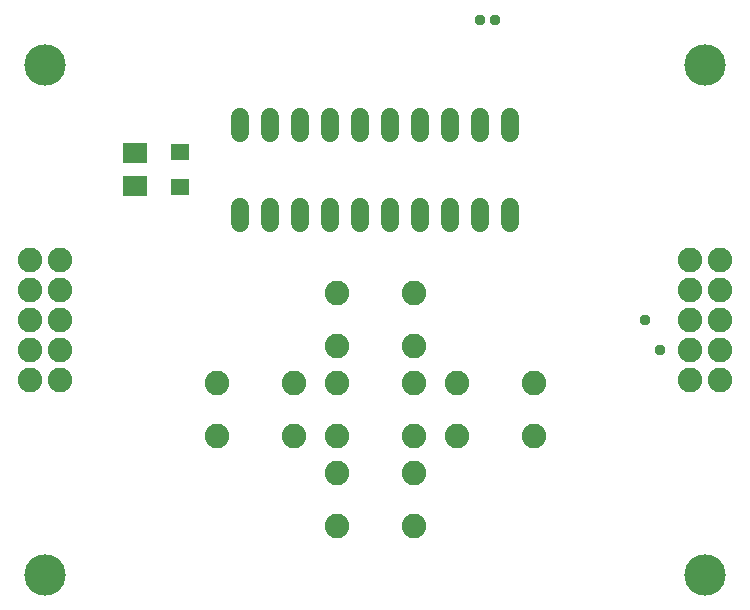
<source format=gts>
G75*
%MOIN*%
%OFA0B0*%
%FSLAX25Y25*%
%IPPOS*%
%LPD*%
%AMOC8*
5,1,8,0,0,1.08239X$1,22.5*
%
%ADD10C,0.08200*%
%ADD11C,0.06000*%
%ADD12R,0.06312X0.05524*%
%ADD13R,0.07887X0.07099*%
%ADD14C,0.13792*%
%ADD15C,0.03778*%
D10*
X0114795Y0105033D03*
X0114795Y0122833D03*
X0140395Y0122833D03*
X0154795Y0122833D03*
X0154795Y0135033D03*
X0154795Y0152833D03*
X0180395Y0152833D03*
X0180395Y0135033D03*
X0180395Y0122833D03*
X0194795Y0122833D03*
X0194795Y0105033D03*
X0180395Y0105033D03*
X0180395Y0092833D03*
X0180395Y0075033D03*
X0154795Y0075033D03*
X0154795Y0092833D03*
X0154795Y0105033D03*
X0140395Y0105033D03*
X0062595Y0123933D03*
X0052595Y0123933D03*
X0052595Y0133933D03*
X0062595Y0133933D03*
X0062595Y0143933D03*
X0052595Y0143933D03*
X0052595Y0153933D03*
X0062595Y0153933D03*
X0062595Y0163933D03*
X0052595Y0163933D03*
X0220395Y0122833D03*
X0220395Y0105033D03*
X0272595Y0123933D03*
X0282595Y0123933D03*
X0282595Y0133933D03*
X0272595Y0133933D03*
X0272595Y0143933D03*
X0282595Y0143933D03*
X0282595Y0153933D03*
X0272595Y0153933D03*
X0272595Y0163933D03*
X0282595Y0163933D03*
D11*
X0212595Y0176333D02*
X0212595Y0181533D01*
X0202595Y0181533D02*
X0202595Y0176333D01*
X0192595Y0176333D02*
X0192595Y0181533D01*
X0182595Y0181533D02*
X0182595Y0176333D01*
X0172595Y0176333D02*
X0172595Y0181533D01*
X0162595Y0181533D02*
X0162595Y0176333D01*
X0152595Y0176333D02*
X0152595Y0181533D01*
X0142595Y0181533D02*
X0142595Y0176333D01*
X0132595Y0176333D02*
X0132595Y0181533D01*
X0122595Y0181533D02*
X0122595Y0176333D01*
X0122595Y0206333D02*
X0122595Y0211533D01*
X0132595Y0211533D02*
X0132595Y0206333D01*
X0142595Y0206333D02*
X0142595Y0211533D01*
X0152595Y0211533D02*
X0152595Y0206333D01*
X0162595Y0206333D02*
X0162595Y0211533D01*
X0172595Y0211533D02*
X0172595Y0206333D01*
X0182595Y0206333D02*
X0182595Y0211533D01*
X0192595Y0211533D02*
X0192595Y0206333D01*
X0202595Y0206333D02*
X0202595Y0211533D01*
X0212595Y0211533D02*
X0212595Y0206333D01*
D12*
X0102595Y0199839D03*
X0102595Y0188028D03*
D13*
X0087595Y0188421D03*
X0087595Y0199445D03*
D14*
X0057595Y0058933D03*
X0057595Y0228933D03*
X0277595Y0228933D03*
X0277595Y0058933D03*
D15*
X0262595Y0133933D03*
X0257595Y0143933D03*
X0207595Y0243933D03*
X0202595Y0243933D03*
M02*

</source>
